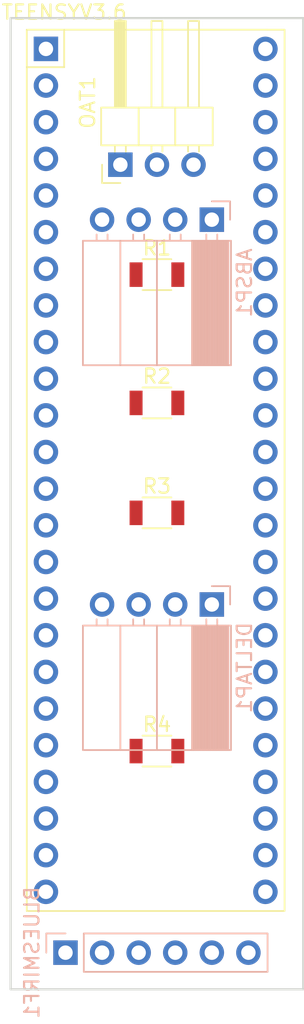
<source format=kicad_pcb>
(kicad_pcb (version 4) (host pcbnew 4.0.6)

  (general
    (links 23)
    (no_connects 23)
    (area 137.617767 101.4886 159.126101 167.0386)
    (thickness 1.6)
    (drawings 4)
    (tracks 0)
    (zones 0)
    (modules 9)
    (nets 51)
  )

  (page A4)
  (layers
    (0 F.Cu signal)
    (31 B.Cu signal)
    (32 B.Adhes user)
    (33 F.Adhes user)
    (34 B.Paste user)
    (35 F.Paste user)
    (36 B.SilkS user)
    (37 F.SilkS user)
    (38 B.Mask user)
    (39 F.Mask user)
    (40 Dwgs.User user)
    (41 Cmts.User user)
    (42 Eco1.User user)
    (43 Eco2.User user)
    (44 Edge.Cuts user)
    (45 Margin user)
    (46 B.CrtYd user)
    (47 F.CrtYd user)
    (48 B.Fab user)
    (49 F.Fab user)
  )

  (setup
    (last_trace_width 0.25)
    (trace_clearance 0.2)
    (zone_clearance 0.508)
    (zone_45_only no)
    (trace_min 0.2)
    (segment_width 0.2)
    (edge_width 0.15)
    (via_size 0.6)
    (via_drill 0.4)
    (via_min_size 0.4)
    (via_min_drill 0.3)
    (uvia_size 0.3)
    (uvia_drill 0.1)
    (uvias_allowed no)
    (uvia_min_size 0.2)
    (uvia_min_drill 0.1)
    (pcb_text_width 0.3)
    (pcb_text_size 1.5 1.5)
    (mod_edge_width 0.15)
    (mod_text_size 1 1)
    (mod_text_width 0.15)
    (pad_size 1.524 1.524)
    (pad_drill 0.762)
    (pad_to_mask_clearance 0.2)
    (aux_axis_origin 0 0)
    (visible_elements 7FFFFFFF)
    (pcbplotparams
      (layerselection 0x00030_80000001)
      (usegerberextensions false)
      (excludeedgelayer true)
      (linewidth 0.100000)
      (plotframeref false)
      (viasonmask false)
      (mode 1)
      (useauxorigin false)
      (hpglpennumber 1)
      (hpglpenspeed 20)
      (hpglpendiameter 15)
      (hpglpenoverlay 2)
      (psnegative false)
      (psa4output false)
      (plotreference true)
      (plotvalue true)
      (plotinvisibletext false)
      (padsonsilk false)
      (subtractmaskfromsilk false)
      (outputformat 1)
      (mirror false)
      (drillshape 1)
      (scaleselection 1)
      (outputdirectory ""))
  )

  (net 0 "")
  (net 1 "Net-(ABSP1-Pad1)")
  (net 2 "Net-(ABSP1-Pad2)")
  (net 3 "Net-(ABSP1-Pad3)")
  (net 4 "Net-(ABSP1-Pad4)")
  (net 5 "Net-(BLUESMIRF1-Pad1)")
  (net 6 "Net-(BLUESMIRF1-Pad2)")
  (net 7 "Net-(BLUESMIRF1-Pad3)")
  (net 8 "Net-(BLUESMIRF1-Pad6)")
  (net 9 "Net-(DELTAP1-Pad3)")
  (net 10 "Net-(DELTAP1-Pad4)")
  (net 11 "Net-(OAT1-Pad2)")
  (net 12 "Net-(TEENSYV3.6-Pad26)")
  (net 13 "Net-(TEENSYV3.6-Pad27)")
  (net 14 "Net-(TEENSYV3.6-Pad4)")
  (net 15 "Net-(TEENSYV3.6-Pad28)")
  (net 16 "Net-(TEENSYV3.6-Pad5)")
  (net 17 "Net-(TEENSYV3.6-Pad29)")
  (net 18 "Net-(TEENSYV3.6-Pad6)")
  (net 19 "Net-(TEENSYV3.6-Pad30)")
  (net 20 "Net-(TEENSYV3.6-Pad7)")
  (net 21 "Net-(TEENSYV3.6-Pad31)")
  (net 22 "Net-(TEENSYV3.6-Pad8)")
  (net 23 "Net-(TEENSYV3.6-Pad9)")
  (net 24 "Net-(TEENSYV3.6-Pad10)")
  (net 25 "Net-(TEENSYV3.6-Pad34)")
  (net 26 "Net-(TEENSYV3.6-Pad11)")
  (net 27 "Net-(TEENSYV3.6-Pad35)")
  (net 28 "Net-(TEENSYV3.6-Pad12)")
  (net 29 "Net-(TEENSYV3.6-Pad36)")
  (net 30 "Net-(TEENSYV3.6-Pad13)")
  (net 31 "Net-(TEENSYV3.6-Pad14)")
  (net 32 "Net-(TEENSYV3.6-Pad38)")
  (net 33 "Net-(TEENSYV3.6-Pad15)")
  (net 34 "Net-(TEENSYV3.6-Pad39)")
  (net 35 "Net-(TEENSYV3.6-Pad16)")
  (net 36 "Net-(TEENSYV3.6-Pad40)")
  (net 37 "Net-(TEENSYV3.6-Pad17)")
  (net 38 "Net-(TEENSYV3.6-Pad41)")
  (net 39 "Net-(TEENSYV3.6-Pad18)")
  (net 40 "Net-(TEENSYV3.6-Pad42)")
  (net 41 "Net-(TEENSYV3.6-Pad19)")
  (net 42 "Net-(TEENSYV3.6-Pad20)")
  (net 43 "Net-(TEENSYV3.6-Pad21)")
  (net 44 "Net-(TEENSYV3.6-Pad45)")
  (net 45 "Net-(TEENSYV3.6-Pad22)")
  (net 46 "Net-(TEENSYV3.6-Pad46)")
  (net 47 "Net-(TEENSYV3.6-Pad23)")
  (net 48 "Net-(TEENSYV3.6-Pad47)")
  (net 49 "Net-(TEENSYV3.6-Pad24)")
  (net 50 "Net-(TEENSYV3.6-Pad48)")

  (net_class Default "Questo è il gruppo di collegamenti predefinito"
    (clearance 0.2)
    (trace_width 0.25)
    (via_dia 0.6)
    (via_drill 0.4)
    (uvia_dia 0.3)
    (uvia_drill 0.1)
    (add_net "Net-(ABSP1-Pad1)")
    (add_net "Net-(ABSP1-Pad2)")
    (add_net "Net-(ABSP1-Pad3)")
    (add_net "Net-(ABSP1-Pad4)")
    (add_net "Net-(BLUESMIRF1-Pad1)")
    (add_net "Net-(BLUESMIRF1-Pad2)")
    (add_net "Net-(BLUESMIRF1-Pad3)")
    (add_net "Net-(BLUESMIRF1-Pad6)")
    (add_net "Net-(DELTAP1-Pad3)")
    (add_net "Net-(DELTAP1-Pad4)")
    (add_net "Net-(OAT1-Pad2)")
    (add_net "Net-(TEENSYV3.6-Pad10)")
    (add_net "Net-(TEENSYV3.6-Pad11)")
    (add_net "Net-(TEENSYV3.6-Pad12)")
    (add_net "Net-(TEENSYV3.6-Pad13)")
    (add_net "Net-(TEENSYV3.6-Pad14)")
    (add_net "Net-(TEENSYV3.6-Pad15)")
    (add_net "Net-(TEENSYV3.6-Pad16)")
    (add_net "Net-(TEENSYV3.6-Pad17)")
    (add_net "Net-(TEENSYV3.6-Pad18)")
    (add_net "Net-(TEENSYV3.6-Pad19)")
    (add_net "Net-(TEENSYV3.6-Pad20)")
    (add_net "Net-(TEENSYV3.6-Pad21)")
    (add_net "Net-(TEENSYV3.6-Pad22)")
    (add_net "Net-(TEENSYV3.6-Pad23)")
    (add_net "Net-(TEENSYV3.6-Pad24)")
    (add_net "Net-(TEENSYV3.6-Pad26)")
    (add_net "Net-(TEENSYV3.6-Pad27)")
    (add_net "Net-(TEENSYV3.6-Pad28)")
    (add_net "Net-(TEENSYV3.6-Pad29)")
    (add_net "Net-(TEENSYV3.6-Pad30)")
    (add_net "Net-(TEENSYV3.6-Pad31)")
    (add_net "Net-(TEENSYV3.6-Pad34)")
    (add_net "Net-(TEENSYV3.6-Pad35)")
    (add_net "Net-(TEENSYV3.6-Pad36)")
    (add_net "Net-(TEENSYV3.6-Pad38)")
    (add_net "Net-(TEENSYV3.6-Pad39)")
    (add_net "Net-(TEENSYV3.6-Pad4)")
    (add_net "Net-(TEENSYV3.6-Pad40)")
    (add_net "Net-(TEENSYV3.6-Pad41)")
    (add_net "Net-(TEENSYV3.6-Pad42)")
    (add_net "Net-(TEENSYV3.6-Pad45)")
    (add_net "Net-(TEENSYV3.6-Pad46)")
    (add_net "Net-(TEENSYV3.6-Pad47)")
    (add_net "Net-(TEENSYV3.6-Pad48)")
    (add_net "Net-(TEENSYV3.6-Pad5)")
    (add_net "Net-(TEENSYV3.6-Pad6)")
    (add_net "Net-(TEENSYV3.6-Pad7)")
    (add_net "Net-(TEENSYV3.6-Pad8)")
    (add_net "Net-(TEENSYV3.6-Pad9)")
  )

  (module Socket_Strips:Socket_Strip_Angled_1x04_Pitch2.54mm (layer B.Cu) (tedit 58CD5446) (tstamp 58DA3D96)
    (at 151.13 73.66 90)
    (descr "Through hole angled socket strip, 1x04, 2.54mm pitch, 8.51mm socket length, single row")
    (tags "Through hole angled socket strip THT 1x04 2.54mm single row")
    (path /58D93258)
    (fp_text reference ABSP1 (at -4.38 2.27 90) (layer B.SilkS)
      (effects (font (size 1 1) (thickness 0.15)) (justify mirror))
    )
    (fp_text value CONN_01X04 (at -4.38 -9.89 90) (layer B.Fab)
      (effects (font (size 1 1) (thickness 0.15)) (justify mirror))
    )
    (fp_line (start -1.52 1.27) (end -1.52 -1.27) (layer B.Fab) (width 0.1))
    (fp_line (start -1.52 -1.27) (end -10.03 -1.27) (layer B.Fab) (width 0.1))
    (fp_line (start -10.03 -1.27) (end -10.03 1.27) (layer B.Fab) (width 0.1))
    (fp_line (start -10.03 1.27) (end -1.52 1.27) (layer B.Fab) (width 0.1))
    (fp_line (start 0 0.32) (end 0 -0.32) (layer B.Fab) (width 0.1))
    (fp_line (start 0 -0.32) (end -1.52 -0.32) (layer B.Fab) (width 0.1))
    (fp_line (start -1.52 -0.32) (end -1.52 0.32) (layer B.Fab) (width 0.1))
    (fp_line (start -1.52 0.32) (end 0 0.32) (layer B.Fab) (width 0.1))
    (fp_line (start -1.52 -1.27) (end -1.52 -3.81) (layer B.Fab) (width 0.1))
    (fp_line (start -1.52 -3.81) (end -10.03 -3.81) (layer B.Fab) (width 0.1))
    (fp_line (start -10.03 -3.81) (end -10.03 -1.27) (layer B.Fab) (width 0.1))
    (fp_line (start -10.03 -1.27) (end -1.52 -1.27) (layer B.Fab) (width 0.1))
    (fp_line (start 0 -2.22) (end 0 -2.86) (layer B.Fab) (width 0.1))
    (fp_line (start 0 -2.86) (end -1.52 -2.86) (layer B.Fab) (width 0.1))
    (fp_line (start -1.52 -2.86) (end -1.52 -2.22) (layer B.Fab) (width 0.1))
    (fp_line (start -1.52 -2.22) (end 0 -2.22) (layer B.Fab) (width 0.1))
    (fp_line (start -1.52 -3.81) (end -1.52 -6.35) (layer B.Fab) (width 0.1))
    (fp_line (start -1.52 -6.35) (end -10.03 -6.35) (layer B.Fab) (width 0.1))
    (fp_line (start -10.03 -6.35) (end -10.03 -3.81) (layer B.Fab) (width 0.1))
    (fp_line (start -10.03 -3.81) (end -1.52 -3.81) (layer B.Fab) (width 0.1))
    (fp_line (start 0 -4.76) (end 0 -5.4) (layer B.Fab) (width 0.1))
    (fp_line (start 0 -5.4) (end -1.52 -5.4) (layer B.Fab) (width 0.1))
    (fp_line (start -1.52 -5.4) (end -1.52 -4.76) (layer B.Fab) (width 0.1))
    (fp_line (start -1.52 -4.76) (end 0 -4.76) (layer B.Fab) (width 0.1))
    (fp_line (start -1.52 -6.35) (end -1.52 -8.89) (layer B.Fab) (width 0.1))
    (fp_line (start -1.52 -8.89) (end -10.03 -8.89) (layer B.Fab) (width 0.1))
    (fp_line (start -10.03 -8.89) (end -10.03 -6.35) (layer B.Fab) (width 0.1))
    (fp_line (start -10.03 -6.35) (end -1.52 -6.35) (layer B.Fab) (width 0.1))
    (fp_line (start 0 -7.3) (end 0 -7.94) (layer B.Fab) (width 0.1))
    (fp_line (start 0 -7.94) (end -1.52 -7.94) (layer B.Fab) (width 0.1))
    (fp_line (start -1.52 -7.94) (end -1.52 -7.3) (layer B.Fab) (width 0.1))
    (fp_line (start -1.52 -7.3) (end 0 -7.3) (layer B.Fab) (width 0.1))
    (fp_line (start -1.46 1.33) (end -1.46 -1.27) (layer B.SilkS) (width 0.12))
    (fp_line (start -1.46 -1.27) (end -10.09 -1.27) (layer B.SilkS) (width 0.12))
    (fp_line (start -10.09 -1.27) (end -10.09 1.33) (layer B.SilkS) (width 0.12))
    (fp_line (start -10.09 1.33) (end -1.46 1.33) (layer B.SilkS) (width 0.12))
    (fp_line (start -1.03 0.38) (end -1.46 0.38) (layer B.SilkS) (width 0.12))
    (fp_line (start -1.03 -0.38) (end -1.46 -0.38) (layer B.SilkS) (width 0.12))
    (fp_line (start -1.46 1.15) (end -10.09 1.15) (layer B.SilkS) (width 0.12))
    (fp_line (start -1.46 1.03) (end -10.09 1.03) (layer B.SilkS) (width 0.12))
    (fp_line (start -1.46 0.91) (end -10.09 0.91) (layer B.SilkS) (width 0.12))
    (fp_line (start -1.46 0.79) (end -10.09 0.79) (layer B.SilkS) (width 0.12))
    (fp_line (start -1.46 0.67) (end -10.09 0.67) (layer B.SilkS) (width 0.12))
    (fp_line (start -1.46 0.55) (end -10.09 0.55) (layer B.SilkS) (width 0.12))
    (fp_line (start -1.46 0.43) (end -10.09 0.43) (layer B.SilkS) (width 0.12))
    (fp_line (start -1.46 0.31) (end -10.09 0.31) (layer B.SilkS) (width 0.12))
    (fp_line (start -1.46 0.19) (end -10.09 0.19) (layer B.SilkS) (width 0.12))
    (fp_line (start -1.46 0.07) (end -10.09 0.07) (layer B.SilkS) (width 0.12))
    (fp_line (start -1.46 -0.05) (end -10.09 -0.05) (layer B.SilkS) (width 0.12))
    (fp_line (start -1.46 -0.17) (end -10.09 -0.17) (layer B.SilkS) (width 0.12))
    (fp_line (start -1.46 -0.29) (end -10.09 -0.29) (layer B.SilkS) (width 0.12))
    (fp_line (start -1.46 -0.41) (end -10.09 -0.41) (layer B.SilkS) (width 0.12))
    (fp_line (start -1.46 -0.53) (end -10.09 -0.53) (layer B.SilkS) (width 0.12))
    (fp_line (start -1.46 -0.65) (end -10.09 -0.65) (layer B.SilkS) (width 0.12))
    (fp_line (start -1.46 -0.77) (end -10.09 -0.77) (layer B.SilkS) (width 0.12))
    (fp_line (start -1.46 -0.89) (end -10.09 -0.89) (layer B.SilkS) (width 0.12))
    (fp_line (start -1.46 -1.01) (end -10.09 -1.01) (layer B.SilkS) (width 0.12))
    (fp_line (start -1.46 -1.13) (end -10.09 -1.13) (layer B.SilkS) (width 0.12))
    (fp_line (start -1.46 -1.25) (end -10.09 -1.25) (layer B.SilkS) (width 0.12))
    (fp_line (start -1.46 -1.37) (end -10.09 -1.37) (layer B.SilkS) (width 0.12))
    (fp_line (start -1.46 -1.27) (end -1.46 -3.81) (layer B.SilkS) (width 0.12))
    (fp_line (start -1.46 -3.81) (end -10.09 -3.81) (layer B.SilkS) (width 0.12))
    (fp_line (start -10.09 -3.81) (end -10.09 -1.27) (layer B.SilkS) (width 0.12))
    (fp_line (start -10.09 -1.27) (end -1.46 -1.27) (layer B.SilkS) (width 0.12))
    (fp_line (start -1.03 -2.16) (end -1.46 -2.16) (layer B.SilkS) (width 0.12))
    (fp_line (start -1.03 -2.92) (end -1.46 -2.92) (layer B.SilkS) (width 0.12))
    (fp_line (start -1.46 -3.81) (end -1.46 -6.35) (layer B.SilkS) (width 0.12))
    (fp_line (start -1.46 -6.35) (end -10.09 -6.35) (layer B.SilkS) (width 0.12))
    (fp_line (start -10.09 -6.35) (end -10.09 -3.81) (layer B.SilkS) (width 0.12))
    (fp_line (start -10.09 -3.81) (end -1.46 -3.81) (layer B.SilkS) (width 0.12))
    (fp_line (start -1.03 -4.7) (end -1.46 -4.7) (layer B.SilkS) (width 0.12))
    (fp_line (start -1.03 -5.46) (end -1.46 -5.46) (layer B.SilkS) (width 0.12))
    (fp_line (start -1.46 -6.35) (end -1.46 -8.95) (layer B.SilkS) (width 0.12))
    (fp_line (start -1.46 -8.95) (end -10.09 -8.95) (layer B.SilkS) (width 0.12))
    (fp_line (start -10.09 -8.95) (end -10.09 -6.35) (layer B.SilkS) (width 0.12))
    (fp_line (start -10.09 -6.35) (end -1.46 -6.35) (layer B.SilkS) (width 0.12))
    (fp_line (start -1.03 -7.24) (end -1.46 -7.24) (layer B.SilkS) (width 0.12))
    (fp_line (start -1.03 -8) (end -1.46 -8) (layer B.SilkS) (width 0.12))
    (fp_line (start 0 1.27) (end 1.27 1.27) (layer B.SilkS) (width 0.12))
    (fp_line (start 1.27 1.27) (end 1.27 0) (layer B.SilkS) (width 0.12))
    (fp_line (start 1.8 1.8) (end 1.8 -9.4) (layer B.CrtYd) (width 0.05))
    (fp_line (start 1.8 -9.4) (end -10.55 -9.4) (layer B.CrtYd) (width 0.05))
    (fp_line (start -10.55 -9.4) (end -10.55 1.8) (layer B.CrtYd) (width 0.05))
    (fp_line (start -10.55 1.8) (end 1.8 1.8) (layer B.CrtYd) (width 0.05))
    (fp_text user %R (at -4.38 2.27 90) (layer B.Fab)
      (effects (font (size 1 1) (thickness 0.15)) (justify mirror))
    )
    (pad 1 thru_hole rect (at 0 0 90) (size 1.7 1.7) (drill 1) (layers *.Cu *.Mask)
      (net 1 "Net-(ABSP1-Pad1)"))
    (pad 2 thru_hole oval (at 0 -2.54 90) (size 1.7 1.7) (drill 1) (layers *.Cu *.Mask)
      (net 2 "Net-(ABSP1-Pad2)"))
    (pad 3 thru_hole oval (at 0 -5.08 90) (size 1.7 1.7) (drill 1) (layers *.Cu *.Mask)
      (net 3 "Net-(ABSP1-Pad3)"))
    (pad 4 thru_hole oval (at 0 -7.62 90) (size 1.7 1.7) (drill 1) (layers *.Cu *.Mask)
      (net 4 "Net-(ABSP1-Pad4)"))
    (model ${KISYS3DMOD}/Socket_Strips.3dshapes/Socket_Strip_Angled_1x04_Pitch2.54mm.wrl
      (at (xyz 0 -0.15 0))
      (scale (xyz 1 1 1))
      (rotate (xyz 0 0 270))
    )
  )

  (module Socket_Strips:Socket_Strip_Straight_1x06_Pitch2.54mm (layer B.Cu) (tedit 58CD5446) (tstamp 58DA3DA0)
    (at 140.97 124.46 270)
    (descr "Through hole straight socket strip, 1x06, 2.54mm pitch, single row")
    (tags "Through hole socket strip THT 1x06 2.54mm single row")
    (path /58D932F8)
    (fp_text reference BLUESMIRF1 (at 0 2.33 270) (layer B.SilkS)
      (effects (font (size 1 1) (thickness 0.15)) (justify mirror))
    )
    (fp_text value CONN_01X06 (at 0 -15.03 270) (layer B.Fab)
      (effects (font (size 1 1) (thickness 0.15)) (justify mirror))
    )
    (fp_line (start -1.27 1.27) (end -1.27 -13.97) (layer B.Fab) (width 0.1))
    (fp_line (start -1.27 -13.97) (end 1.27 -13.97) (layer B.Fab) (width 0.1))
    (fp_line (start 1.27 -13.97) (end 1.27 1.27) (layer B.Fab) (width 0.1))
    (fp_line (start 1.27 1.27) (end -1.27 1.27) (layer B.Fab) (width 0.1))
    (fp_line (start -1.33 -1.27) (end -1.33 -14.03) (layer B.SilkS) (width 0.12))
    (fp_line (start -1.33 -14.03) (end 1.33 -14.03) (layer B.SilkS) (width 0.12))
    (fp_line (start 1.33 -14.03) (end 1.33 -1.27) (layer B.SilkS) (width 0.12))
    (fp_line (start 1.33 -1.27) (end -1.33 -1.27) (layer B.SilkS) (width 0.12))
    (fp_line (start -1.33 0) (end -1.33 1.33) (layer B.SilkS) (width 0.12))
    (fp_line (start -1.33 1.33) (end 0 1.33) (layer B.SilkS) (width 0.12))
    (fp_line (start -1.8 1.8) (end -1.8 -14.5) (layer B.CrtYd) (width 0.05))
    (fp_line (start -1.8 -14.5) (end 1.8 -14.5) (layer B.CrtYd) (width 0.05))
    (fp_line (start 1.8 -14.5) (end 1.8 1.8) (layer B.CrtYd) (width 0.05))
    (fp_line (start 1.8 1.8) (end -1.8 1.8) (layer B.CrtYd) (width 0.05))
    (fp_text user %R (at 0 2.33 270) (layer B.Fab)
      (effects (font (size 1 1) (thickness 0.15)) (justify mirror))
    )
    (pad 1 thru_hole rect (at 0 0 270) (size 1.7 1.7) (drill 1) (layers *.Cu *.Mask)
      (net 5 "Net-(BLUESMIRF1-Pad1)"))
    (pad 2 thru_hole oval (at 0 -2.54 270) (size 1.7 1.7) (drill 1) (layers *.Cu *.Mask)
      (net 6 "Net-(BLUESMIRF1-Pad2)"))
    (pad 3 thru_hole oval (at 0 -5.08 270) (size 1.7 1.7) (drill 1) (layers *.Cu *.Mask)
      (net 7 "Net-(BLUESMIRF1-Pad3)"))
    (pad 4 thru_hole oval (at 0 -7.62 270) (size 1.7 1.7) (drill 1) (layers *.Cu *.Mask)
      (net 1 "Net-(ABSP1-Pad1)"))
    (pad 5 thru_hole oval (at 0 -10.16 270) (size 1.7 1.7) (drill 1) (layers *.Cu *.Mask)
      (net 2 "Net-(ABSP1-Pad2)"))
    (pad 6 thru_hole oval (at 0 -12.7 270) (size 1.7 1.7) (drill 1) (layers *.Cu *.Mask)
      (net 8 "Net-(BLUESMIRF1-Pad6)"))
    (model ${KISYS3DMOD}/Socket_Strips.3dshapes/Socket_Strip_Straight_1x06_Pitch2.54mm.wrl
      (at (xyz 0 -0.25 0))
      (scale (xyz 1 1 1))
      (rotate (xyz 0 0 270))
    )
  )

  (module Socket_Strips:Socket_Strip_Angled_1x04_Pitch2.54mm (layer B.Cu) (tedit 58CD5446) (tstamp 58DA3DA8)
    (at 151.13 100.33 90)
    (descr "Through hole angled socket strip, 1x04, 2.54mm pitch, 8.51mm socket length, single row")
    (tags "Through hole angled socket strip THT 1x04 2.54mm single row")
    (path /58D93201)
    (fp_text reference DELTAP1 (at -4.38 2.27 90) (layer B.SilkS)
      (effects (font (size 1 1) (thickness 0.15)) (justify mirror))
    )
    (fp_text value CONN_01X04 (at -4.38 -9.89 90) (layer B.Fab)
      (effects (font (size 1 1) (thickness 0.15)) (justify mirror))
    )
    (fp_line (start -1.52 1.27) (end -1.52 -1.27) (layer B.Fab) (width 0.1))
    (fp_line (start -1.52 -1.27) (end -10.03 -1.27) (layer B.Fab) (width 0.1))
    (fp_line (start -10.03 -1.27) (end -10.03 1.27) (layer B.Fab) (width 0.1))
    (fp_line (start -10.03 1.27) (end -1.52 1.27) (layer B.Fab) (width 0.1))
    (fp_line (start 0 0.32) (end 0 -0.32) (layer B.Fab) (width 0.1))
    (fp_line (start 0 -0.32) (end -1.52 -0.32) (layer B.Fab) (width 0.1))
    (fp_line (start -1.52 -0.32) (end -1.52 0.32) (layer B.Fab) (width 0.1))
    (fp_line (start -1.52 0.32) (end 0 0.32) (layer B.Fab) (width 0.1))
    (fp_line (start -1.52 -1.27) (end -1.52 -3.81) (layer B.Fab) (width 0.1))
    (fp_line (start -1.52 -3.81) (end -10.03 -3.81) (layer B.Fab) (width 0.1))
    (fp_line (start -10.03 -3.81) (end -10.03 -1.27) (layer B.Fab) (width 0.1))
    (fp_line (start -10.03 -1.27) (end -1.52 -1.27) (layer B.Fab) (width 0.1))
    (fp_line (start 0 -2.22) (end 0 -2.86) (layer B.Fab) (width 0.1))
    (fp_line (start 0 -2.86) (end -1.52 -2.86) (layer B.Fab) (width 0.1))
    (fp_line (start -1.52 -2.86) (end -1.52 -2.22) (layer B.Fab) (width 0.1))
    (fp_line (start -1.52 -2.22) (end 0 -2.22) (layer B.Fab) (width 0.1))
    (fp_line (start -1.52 -3.81) (end -1.52 -6.35) (layer B.Fab) (width 0.1))
    (fp_line (start -1.52 -6.35) (end -10.03 -6.35) (layer B.Fab) (width 0.1))
    (fp_line (start -10.03 -6.35) (end -10.03 -3.81) (layer B.Fab) (width 0.1))
    (fp_line (start -10.03 -3.81) (end -1.52 -3.81) (layer B.Fab) (width 0.1))
    (fp_line (start 0 -4.76) (end 0 -5.4) (layer B.Fab) (width 0.1))
    (fp_line (start 0 -5.4) (end -1.52 -5.4) (layer B.Fab) (width 0.1))
    (fp_line (start -1.52 -5.4) (end -1.52 -4.76) (layer B.Fab) (width 0.1))
    (fp_line (start -1.52 -4.76) (end 0 -4.76) (layer B.Fab) (width 0.1))
    (fp_line (start -1.52 -6.35) (end -1.52 -8.89) (layer B.Fab) (width 0.1))
    (fp_line (start -1.52 -8.89) (end -10.03 -8.89) (layer B.Fab) (width 0.1))
    (fp_line (start -10.03 -8.89) (end -10.03 -6.35) (layer B.Fab) (width 0.1))
    (fp_line (start -10.03 -6.35) (end -1.52 -6.35) (layer B.Fab) (width 0.1))
    (fp_line (start 0 -7.3) (end 0 -7.94) (layer B.Fab) (width 0.1))
    (fp_line (start 0 -7.94) (end -1.52 -7.94) (layer B.Fab) (width 0.1))
    (fp_line (start -1.52 -7.94) (end -1.52 -7.3) (layer B.Fab) (width 0.1))
    (fp_line (start -1.52 -7.3) (end 0 -7.3) (layer B.Fab) (width 0.1))
    (fp_line (start -1.46 1.33) (end -1.46 -1.27) (layer B.SilkS) (width 0.12))
    (fp_line (start -1.46 -1.27) (end -10.09 -1.27) (layer B.SilkS) (width 0.12))
    (fp_line (start -10.09 -1.27) (end -10.09 1.33) (layer B.SilkS) (width 0.12))
    (fp_line (start -10.09 1.33) (end -1.46 1.33) (layer B.SilkS) (width 0.12))
    (fp_line (start -1.03 0.38) (end -1.46 0.38) (layer B.SilkS) (width 0.12))
    (fp_line (start -1.03 -0.38) (end -1.46 -0.38) (layer B.SilkS) (width 0.12))
    (fp_line (start -1.46 1.15) (end -10.09 1.15) (layer B.SilkS) (width 0.12))
    (fp_line (start -1.46 1.03) (end -10.09 1.03) (layer B.SilkS) (width 0.12))
    (fp_line (start -1.46 0.91) (end -10.09 0.91) (layer B.SilkS) (width 0.12))
    (fp_line (start -1.46 0.79) (end -10.09 0.79) (layer B.SilkS) (width 0.12))
    (fp_line (start -1.46 0.67) (end -10.09 0.67) (layer B.SilkS) (width 0.12))
    (fp_line (start -1.46 0.55) (end -10.09 0.55) (layer B.SilkS) (width 0.12))
    (fp_line (start -1.46 0.43) (end -10.09 0.43) (layer B.SilkS) (width 0.12))
    (fp_line (start -1.46 0.31) (end -10.09 0.31) (layer B.SilkS) (width 0.12))
    (fp_line (start -1.46 0.19) (end -10.09 0.19) (layer B.SilkS) (width 0.12))
    (fp_line (start -1.46 0.07) (end -10.09 0.07) (layer B.SilkS) (width 0.12))
    (fp_line (start -1.46 -0.05) (end -10.09 -0.05) (layer B.SilkS) (width 0.12))
    (fp_line (start -1.46 -0.17) (end -10.09 -0.17) (layer B.SilkS) (width 0.12))
    (fp_line (start -1.46 -0.29) (end -10.09 -0.29) (layer B.SilkS) (width 0.12))
    (fp_line (start -1.46 -0.41) (end -10.09 -0.41) (layer B.SilkS) (width 0.12))
    (fp_line (start -1.46 -0.53) (end -10.09 -0.53) (layer B.SilkS) (width 0.12))
    (fp_line (start -1.46 -0.65) (end -10.09 -0.65) (layer B.SilkS) (width 0.12))
    (fp_line (start -1.46 -0.77) (end -10.09 -0.77) (layer B.SilkS) (width 0.12))
    (fp_line (start -1.46 -0.89) (end -10.09 -0.89) (layer B.SilkS) (width 0.12))
    (fp_line (start -1.46 -1.01) (end -10.09 -1.01) (layer B.SilkS) (width 0.12))
    (fp_line (start -1.46 -1.13) (end -10.09 -1.13) (layer B.SilkS) (width 0.12))
    (fp_line (start -1.46 -1.25) (end -10.09 -1.25) (layer B.SilkS) (width 0.12))
    (fp_line (start -1.46 -1.37) (end -10.09 -1.37) (layer B.SilkS) (width 0.12))
    (fp_line (start -1.46 -1.27) (end -1.46 -3.81) (layer B.SilkS) (width 0.12))
    (fp_line (start -1.46 -3.81) (end -10.09 -3.81) (layer B.SilkS) (width 0.12))
    (fp_line (start -10.09 -3.81) (end -10.09 -1.27) (layer B.SilkS) (width 0.12))
    (fp_line (start -10.09 -1.27) (end -1.46 -1.27) (layer B.SilkS) (width 0.12))
    (fp_line (start -1.03 -2.16) (end -1.46 -2.16) (layer B.SilkS) (width 0.12))
    (fp_line (start -1.03 -2.92) (end -1.46 -2.92) (layer B.SilkS) (width 0.12))
    (fp_line (start -1.46 -3.81) (end -1.46 -6.35) (layer B.SilkS) (width 0.12))
    (fp_line (start -1.46 -6.35) (end -10.09 -6.35) (layer B.SilkS) (width 0.12))
    (fp_line (start -10.09 -6.35) (end -10.09 -3.81) (layer B.SilkS) (width 0.12))
    (fp_line (start -10.09 -3.81) (end -1.46 -3.81) (layer B.SilkS) (width 0.12))
    (fp_line (start -1.03 -4.7) (end -1.46 -4.7) (layer B.SilkS) (width 0.12))
    (fp_line (start -1.03 -5.46) (end -1.46 -5.46) (layer B.SilkS) (width 0.12))
    (fp_line (start -1.46 -6.35) (end -1.46 -8.95) (layer B.SilkS) (width 0.12))
    (fp_line (start -1.46 -8.95) (end -10.09 -8.95) (layer B.SilkS) (width 0.12))
    (fp_line (start -10.09 -8.95) (end -10.09 -6.35) (layer B.SilkS) (width 0.12))
    (fp_line (start -10.09 -6.35) (end -1.46 -6.35) (layer B.SilkS) (width 0.12))
    (fp_line (start -1.03 -7.24) (end -1.46 -7.24) (layer B.SilkS) (width 0.12))
    (fp_line (start -1.03 -8) (end -1.46 -8) (layer B.SilkS) (width 0.12))
    (fp_line (start 0 1.27) (end 1.27 1.27) (layer B.SilkS) (width 0.12))
    (fp_line (start 1.27 1.27) (end 1.27 0) (layer B.SilkS) (width 0.12))
    (fp_line (start 1.8 1.8) (end 1.8 -9.4) (layer B.CrtYd) (width 0.05))
    (fp_line (start 1.8 -9.4) (end -10.55 -9.4) (layer B.CrtYd) (width 0.05))
    (fp_line (start -10.55 -9.4) (end -10.55 1.8) (layer B.CrtYd) (width 0.05))
    (fp_line (start -10.55 1.8) (end 1.8 1.8) (layer B.CrtYd) (width 0.05))
    (fp_text user %R (at -4.38 2.27 90) (layer B.Fab)
      (effects (font (size 1 1) (thickness 0.15)) (justify mirror))
    )
    (pad 1 thru_hole rect (at 0 0 90) (size 1.7 1.7) (drill 1) (layers *.Cu *.Mask)
      (net 1 "Net-(ABSP1-Pad1)"))
    (pad 2 thru_hole oval (at 0 -2.54 90) (size 1.7 1.7) (drill 1) (layers *.Cu *.Mask)
      (net 2 "Net-(ABSP1-Pad2)"))
    (pad 3 thru_hole oval (at 0 -5.08 90) (size 1.7 1.7) (drill 1) (layers *.Cu *.Mask)
      (net 9 "Net-(DELTAP1-Pad3)"))
    (pad 4 thru_hole oval (at 0 -7.62 90) (size 1.7 1.7) (drill 1) (layers *.Cu *.Mask)
      (net 10 "Net-(DELTAP1-Pad4)"))
    (model ${KISYS3DMOD}/Socket_Strips.3dshapes/Socket_Strip_Angled_1x04_Pitch2.54mm.wrl
      (at (xyz 0 -0.15 0))
      (scale (xyz 1 1 1))
      (rotate (xyz 0 0 270))
    )
  )

  (module Pin_Headers:Pin_Header_Angled_1x03_Pitch2.54mm (layer F.Cu) (tedit 58CD4EC1) (tstamp 58DA3DAF)
    (at 144.78 69.85 90)
    (descr "Through hole angled pin header, 1x03, 2.54mm pitch, 6mm pin length, single row")
    (tags "Through hole angled pin header THT 1x03 2.54mm single row")
    (path /58DA631A)
    (fp_text reference OAT1 (at 4.315 -2.27 90) (layer F.SilkS)
      (effects (font (size 1 1) (thickness 0.15)))
    )
    (fp_text value CONN_01X03 (at 4.315 7.35 90) (layer F.Fab)
      (effects (font (size 1 1) (thickness 0.15)))
    )
    (fp_line (start 1.4 -1.27) (end 1.4 1.27) (layer F.Fab) (width 0.1))
    (fp_line (start 1.4 1.27) (end 3.9 1.27) (layer F.Fab) (width 0.1))
    (fp_line (start 3.9 1.27) (end 3.9 -1.27) (layer F.Fab) (width 0.1))
    (fp_line (start 3.9 -1.27) (end 1.4 -1.27) (layer F.Fab) (width 0.1))
    (fp_line (start 0 -0.32) (end 0 0.32) (layer F.Fab) (width 0.1))
    (fp_line (start 0 0.32) (end 9.9 0.32) (layer F.Fab) (width 0.1))
    (fp_line (start 9.9 0.32) (end 9.9 -0.32) (layer F.Fab) (width 0.1))
    (fp_line (start 9.9 -0.32) (end 0 -0.32) (layer F.Fab) (width 0.1))
    (fp_line (start 1.4 1.27) (end 1.4 3.81) (layer F.Fab) (width 0.1))
    (fp_line (start 1.4 3.81) (end 3.9 3.81) (layer F.Fab) (width 0.1))
    (fp_line (start 3.9 3.81) (end 3.9 1.27) (layer F.Fab) (width 0.1))
    (fp_line (start 3.9 1.27) (end 1.4 1.27) (layer F.Fab) (width 0.1))
    (fp_line (start 0 2.22) (end 0 2.86) (layer F.Fab) (width 0.1))
    (fp_line (start 0 2.86) (end 9.9 2.86) (layer F.Fab) (width 0.1))
    (fp_line (start 9.9 2.86) (end 9.9 2.22) (layer F.Fab) (width 0.1))
    (fp_line (start 9.9 2.22) (end 0 2.22) (layer F.Fab) (width 0.1))
    (fp_line (start 1.4 3.81) (end 1.4 6.35) (layer F.Fab) (width 0.1))
    (fp_line (start 1.4 6.35) (end 3.9 6.35) (layer F.Fab) (width 0.1))
    (fp_line (start 3.9 6.35) (end 3.9 3.81) (layer F.Fab) (width 0.1))
    (fp_line (start 3.9 3.81) (end 1.4 3.81) (layer F.Fab) (width 0.1))
    (fp_line (start 0 4.76) (end 0 5.4) (layer F.Fab) (width 0.1))
    (fp_line (start 0 5.4) (end 9.9 5.4) (layer F.Fab) (width 0.1))
    (fp_line (start 9.9 5.4) (end 9.9 4.76) (layer F.Fab) (width 0.1))
    (fp_line (start 9.9 4.76) (end 0 4.76) (layer F.Fab) (width 0.1))
    (fp_line (start 1.34 -1.33) (end 1.34 1.27) (layer F.SilkS) (width 0.12))
    (fp_line (start 1.34 1.27) (end 3.96 1.27) (layer F.SilkS) (width 0.12))
    (fp_line (start 3.96 1.27) (end 3.96 -1.33) (layer F.SilkS) (width 0.12))
    (fp_line (start 3.96 -1.33) (end 1.34 -1.33) (layer F.SilkS) (width 0.12))
    (fp_line (start 3.96 -0.38) (end 3.96 0.38) (layer F.SilkS) (width 0.12))
    (fp_line (start 3.96 0.38) (end 9.96 0.38) (layer F.SilkS) (width 0.12))
    (fp_line (start 9.96 0.38) (end 9.96 -0.38) (layer F.SilkS) (width 0.12))
    (fp_line (start 9.96 -0.38) (end 3.96 -0.38) (layer F.SilkS) (width 0.12))
    (fp_line (start 0.91 -0.38) (end 1.34 -0.38) (layer F.SilkS) (width 0.12))
    (fp_line (start 0.91 0.38) (end 1.34 0.38) (layer F.SilkS) (width 0.12))
    (fp_line (start 3.96 -0.26) (end 9.96 -0.26) (layer F.SilkS) (width 0.12))
    (fp_line (start 3.96 -0.14) (end 9.96 -0.14) (layer F.SilkS) (width 0.12))
    (fp_line (start 3.96 -0.02) (end 9.96 -0.02) (layer F.SilkS) (width 0.12))
    (fp_line (start 3.96 0.1) (end 9.96 0.1) (layer F.SilkS) (width 0.12))
    (fp_line (start 3.96 0.22) (end 9.96 0.22) (layer F.SilkS) (width 0.12))
    (fp_line (start 3.96 0.34) (end 9.96 0.34) (layer F.SilkS) (width 0.12))
    (fp_line (start 1.34 1.27) (end 1.34 3.81) (layer F.SilkS) (width 0.12))
    (fp_line (start 1.34 3.81) (end 3.96 3.81) (layer F.SilkS) (width 0.12))
    (fp_line (start 3.96 3.81) (end 3.96 1.27) (layer F.SilkS) (width 0.12))
    (fp_line (start 3.96 1.27) (end 1.34 1.27) (layer F.SilkS) (width 0.12))
    (fp_line (start 3.96 2.16) (end 3.96 2.92) (layer F.SilkS) (width 0.12))
    (fp_line (start 3.96 2.92) (end 9.96 2.92) (layer F.SilkS) (width 0.12))
    (fp_line (start 9.96 2.92) (end 9.96 2.16) (layer F.SilkS) (width 0.12))
    (fp_line (start 9.96 2.16) (end 3.96 2.16) (layer F.SilkS) (width 0.12))
    (fp_line (start 0.91 2.16) (end 1.34 2.16) (layer F.SilkS) (width 0.12))
    (fp_line (start 0.91 2.92) (end 1.34 2.92) (layer F.SilkS) (width 0.12))
    (fp_line (start 1.34 3.81) (end 1.34 6.41) (layer F.SilkS) (width 0.12))
    (fp_line (start 1.34 6.41) (end 3.96 6.41) (layer F.SilkS) (width 0.12))
    (fp_line (start 3.96 6.41) (end 3.96 3.81) (layer F.SilkS) (width 0.12))
    (fp_line (start 3.96 3.81) (end 1.34 3.81) (layer F.SilkS) (width 0.12))
    (fp_line (start 3.96 4.7) (end 3.96 5.46) (layer F.SilkS) (width 0.12))
    (fp_line (start 3.96 5.46) (end 9.96 5.46) (layer F.SilkS) (width 0.12))
    (fp_line (start 9.96 5.46) (end 9.96 4.7) (layer F.SilkS) (width 0.12))
    (fp_line (start 9.96 4.7) (end 3.96 4.7) (layer F.SilkS) (width 0.12))
    (fp_line (start 0.91 4.7) (end 1.34 4.7) (layer F.SilkS) (width 0.12))
    (fp_line (start 0.91 5.46) (end 1.34 5.46) (layer F.SilkS) (width 0.12))
    (fp_line (start -1.27 0) (end -1.27 -1.27) (layer F.SilkS) (width 0.12))
    (fp_line (start -1.27 -1.27) (end 0 -1.27) (layer F.SilkS) (width 0.12))
    (fp_line (start -1.8 -1.8) (end -1.8 6.85) (layer F.CrtYd) (width 0.05))
    (fp_line (start -1.8 6.85) (end 10.4 6.85) (layer F.CrtYd) (width 0.05))
    (fp_line (start 10.4 6.85) (end 10.4 -1.8) (layer F.CrtYd) (width 0.05))
    (fp_line (start 10.4 -1.8) (end -1.8 -1.8) (layer F.CrtYd) (width 0.05))
    (fp_text user %R (at 4.315 -2.27 90) (layer F.Fab)
      (effects (font (size 1 1) (thickness 0.15)))
    )
    (pad 1 thru_hole rect (at 0 0 90) (size 1.7 1.7) (drill 1) (layers *.Cu *.Mask)
      (net 2 "Net-(ABSP1-Pad2)"))
    (pad 2 thru_hole oval (at 0 2.54 90) (size 1.7 1.7) (drill 1) (layers *.Cu *.Mask)
      (net 11 "Net-(OAT1-Pad2)"))
    (pad 3 thru_hole oval (at 0 5.08 90) (size 1.7 1.7) (drill 1) (layers *.Cu *.Mask)
      (net 1 "Net-(ABSP1-Pad1)"))
    (model ${KISYS3DMOD}/Pin_Headers.3dshapes/Pin_Header_Angled_1x03_Pitch2.54mm.wrl
      (at (xyz 0 -0.1 0))
      (scale (xyz 1 1 1))
      (rotate (xyz 0 0 90))
    )
  )

  (module Resistors_SMD:R_1206 (layer F.Cu) (tedit 58AADA9E) (tstamp 58DA3DB5)
    (at 147.32 77.47)
    (descr "Resistor SMD 1206, reflow soldering, Vishay (see dcrcw.pdf)")
    (tags "resistor 1206")
    (path /58DA2C0D)
    (attr smd)
    (fp_text reference R1 (at 0 -1.85) (layer F.SilkS)
      (effects (font (size 1 1) (thickness 0.15)))
    )
    (fp_text value 4700 (at 0 1.95) (layer F.Fab)
      (effects (font (size 1 1) (thickness 0.15)))
    )
    (fp_text user %R (at 0 -1.85) (layer F.Fab)
      (effects (font (size 1 1) (thickness 0.15)))
    )
    (fp_line (start -1.6 0.8) (end -1.6 -0.8) (layer F.Fab) (width 0.1))
    (fp_line (start 1.6 0.8) (end -1.6 0.8) (layer F.Fab) (width 0.1))
    (fp_line (start 1.6 -0.8) (end 1.6 0.8) (layer F.Fab) (width 0.1))
    (fp_line (start -1.6 -0.8) (end 1.6 -0.8) (layer F.Fab) (width 0.1))
    (fp_line (start 1 1.07) (end -1 1.07) (layer F.SilkS) (width 0.12))
    (fp_line (start -1 -1.07) (end 1 -1.07) (layer F.SilkS) (width 0.12))
    (fp_line (start -2.15 -1.11) (end 2.15 -1.11) (layer F.CrtYd) (width 0.05))
    (fp_line (start -2.15 -1.11) (end -2.15 1.1) (layer F.CrtYd) (width 0.05))
    (fp_line (start 2.15 1.1) (end 2.15 -1.11) (layer F.CrtYd) (width 0.05))
    (fp_line (start 2.15 1.1) (end -2.15 1.1) (layer F.CrtYd) (width 0.05))
    (pad 1 smd rect (at -1.45 0) (size 0.9 1.7) (layers F.Cu F.Paste F.Mask)
      (net 9 "Net-(DELTAP1-Pad3)"))
    (pad 2 smd rect (at 1.45 0) (size 0.9 1.7) (layers F.Cu F.Paste F.Mask)
      (net 2 "Net-(ABSP1-Pad2)"))
    (model Resistors_SMD.3dshapes/R_1206.wrl
      (at (xyz 0 0 0))
      (scale (xyz 1 1 1))
      (rotate (xyz 0 0 0))
    )
  )

  (module Resistors_SMD:R_1206 (layer F.Cu) (tedit 58AADA9E) (tstamp 58DA3DBB)
    (at 147.32 86.36)
    (descr "Resistor SMD 1206, reflow soldering, Vishay (see dcrcw.pdf)")
    (tags "resistor 1206")
    (path /58DA2CB6)
    (attr smd)
    (fp_text reference R2 (at 0 -1.85) (layer F.SilkS)
      (effects (font (size 1 1) (thickness 0.15)))
    )
    (fp_text value 4700 (at 0 1.95) (layer F.Fab)
      (effects (font (size 1 1) (thickness 0.15)))
    )
    (fp_text user %R (at 0 -1.85) (layer F.Fab)
      (effects (font (size 1 1) (thickness 0.15)))
    )
    (fp_line (start -1.6 0.8) (end -1.6 -0.8) (layer F.Fab) (width 0.1))
    (fp_line (start 1.6 0.8) (end -1.6 0.8) (layer F.Fab) (width 0.1))
    (fp_line (start 1.6 -0.8) (end 1.6 0.8) (layer F.Fab) (width 0.1))
    (fp_line (start -1.6 -0.8) (end 1.6 -0.8) (layer F.Fab) (width 0.1))
    (fp_line (start 1 1.07) (end -1 1.07) (layer F.SilkS) (width 0.12))
    (fp_line (start -1 -1.07) (end 1 -1.07) (layer F.SilkS) (width 0.12))
    (fp_line (start -2.15 -1.11) (end 2.15 -1.11) (layer F.CrtYd) (width 0.05))
    (fp_line (start -2.15 -1.11) (end -2.15 1.1) (layer F.CrtYd) (width 0.05))
    (fp_line (start 2.15 1.1) (end 2.15 -1.11) (layer F.CrtYd) (width 0.05))
    (fp_line (start 2.15 1.1) (end -2.15 1.1) (layer F.CrtYd) (width 0.05))
    (pad 1 smd rect (at -1.45 0) (size 0.9 1.7) (layers F.Cu F.Paste F.Mask)
      (net 10 "Net-(DELTAP1-Pad4)"))
    (pad 2 smd rect (at 1.45 0) (size 0.9 1.7) (layers F.Cu F.Paste F.Mask)
      (net 2 "Net-(ABSP1-Pad2)"))
    (model Resistors_SMD.3dshapes/R_1206.wrl
      (at (xyz 0 0 0))
      (scale (xyz 1 1 1))
      (rotate (xyz 0 0 0))
    )
  )

  (module Resistors_SMD:R_1206 (layer F.Cu) (tedit 58AADA9E) (tstamp 58DA3DC1)
    (at 147.32 93.98)
    (descr "Resistor SMD 1206, reflow soldering, Vishay (see dcrcw.pdf)")
    (tags "resistor 1206")
    (path /58DA2DFB)
    (attr smd)
    (fp_text reference R3 (at 0 -1.85) (layer F.SilkS)
      (effects (font (size 1 1) (thickness 0.15)))
    )
    (fp_text value 4700 (at 0 1.95) (layer F.Fab)
      (effects (font (size 1 1) (thickness 0.15)))
    )
    (fp_text user %R (at 0 -1.85) (layer F.Fab)
      (effects (font (size 1 1) (thickness 0.15)))
    )
    (fp_line (start -1.6 0.8) (end -1.6 -0.8) (layer F.Fab) (width 0.1))
    (fp_line (start 1.6 0.8) (end -1.6 0.8) (layer F.Fab) (width 0.1))
    (fp_line (start 1.6 -0.8) (end 1.6 0.8) (layer F.Fab) (width 0.1))
    (fp_line (start -1.6 -0.8) (end 1.6 -0.8) (layer F.Fab) (width 0.1))
    (fp_line (start 1 1.07) (end -1 1.07) (layer F.SilkS) (width 0.12))
    (fp_line (start -1 -1.07) (end 1 -1.07) (layer F.SilkS) (width 0.12))
    (fp_line (start -2.15 -1.11) (end 2.15 -1.11) (layer F.CrtYd) (width 0.05))
    (fp_line (start -2.15 -1.11) (end -2.15 1.1) (layer F.CrtYd) (width 0.05))
    (fp_line (start 2.15 1.1) (end 2.15 -1.11) (layer F.CrtYd) (width 0.05))
    (fp_line (start 2.15 1.1) (end -2.15 1.1) (layer F.CrtYd) (width 0.05))
    (pad 1 smd rect (at -1.45 0) (size 0.9 1.7) (layers F.Cu F.Paste F.Mask)
      (net 3 "Net-(ABSP1-Pad3)"))
    (pad 2 smd rect (at 1.45 0) (size 0.9 1.7) (layers F.Cu F.Paste F.Mask)
      (net 2 "Net-(ABSP1-Pad2)"))
    (model Resistors_SMD.3dshapes/R_1206.wrl
      (at (xyz 0 0 0))
      (scale (xyz 1 1 1))
      (rotate (xyz 0 0 0))
    )
  )

  (module Resistors_SMD:R_1206 (layer F.Cu) (tedit 58AADA9E) (tstamp 58DA3DC7)
    (at 147.32 110.49)
    (descr "Resistor SMD 1206, reflow soldering, Vishay (see dcrcw.pdf)")
    (tags "resistor 1206")
    (path /58DA2E44)
    (attr smd)
    (fp_text reference R4 (at 0 -1.85) (layer F.SilkS)
      (effects (font (size 1 1) (thickness 0.15)))
    )
    (fp_text value 4700 (at 0 1.95) (layer F.Fab)
      (effects (font (size 1 1) (thickness 0.15)))
    )
    (fp_text user %R (at 0 -1.85) (layer F.Fab)
      (effects (font (size 1 1) (thickness 0.15)))
    )
    (fp_line (start -1.6 0.8) (end -1.6 -0.8) (layer F.Fab) (width 0.1))
    (fp_line (start 1.6 0.8) (end -1.6 0.8) (layer F.Fab) (width 0.1))
    (fp_line (start 1.6 -0.8) (end 1.6 0.8) (layer F.Fab) (width 0.1))
    (fp_line (start -1.6 -0.8) (end 1.6 -0.8) (layer F.Fab) (width 0.1))
    (fp_line (start 1 1.07) (end -1 1.07) (layer F.SilkS) (width 0.12))
    (fp_line (start -1 -1.07) (end 1 -1.07) (layer F.SilkS) (width 0.12))
    (fp_line (start -2.15 -1.11) (end 2.15 -1.11) (layer F.CrtYd) (width 0.05))
    (fp_line (start -2.15 -1.11) (end -2.15 1.1) (layer F.CrtYd) (width 0.05))
    (fp_line (start 2.15 1.1) (end 2.15 -1.11) (layer F.CrtYd) (width 0.05))
    (fp_line (start 2.15 1.1) (end -2.15 1.1) (layer F.CrtYd) (width 0.05))
    (pad 1 smd rect (at -1.45 0) (size 0.9 1.7) (layers F.Cu F.Paste F.Mask)
      (net 4 "Net-(ABSP1-Pad4)"))
    (pad 2 smd rect (at 1.45 0) (size 0.9 1.7) (layers F.Cu F.Paste F.Mask)
      (net 2 "Net-(ABSP1-Pad2)"))
    (model Resistors_SMD.3dshapes/R_1206.wrl
      (at (xyz 0 0 0))
      (scale (xyz 1 1 1))
      (rotate (xyz 0 0 0))
    )
  )

  (module Teensy:Socket_Strip_Teensy3.6_2x24_Pitch2.54mm (layer F.Cu) (tedit 58D967ED) (tstamp 58DA3E0E)
    (at 147.2311 61.8236)
    (descr "Through hole straight socket Teensy 3.6 strip, 2x24, 2.54mm pitch, double rows")
    (tags "Through hole socket strip Teensy 3.6 THT 2x24 2.54mm double row")
    (path /58DA384C)
    (fp_text reference TEENSYV3.6 (at -6.35 -2.54) (layer F.SilkS)
      (effects (font (size 1 1) (thickness 0.15)))
    )
    (fp_text value Teensy3.6fsocket (at 2.54 60.96) (layer F.Fab)
      (effects (font (size 1 1) (thickness 0.15)))
    )
    (fp_line (start -8.89 1.27) (end -6.35 1.27) (layer F.SilkS) (width 0.12))
    (fp_line (start -6.35 1.27) (end -6.35 -1.27) (layer F.SilkS) (width 0.12))
    (fp_line (start -3.81 59.69) (end 8.89 59.69) (layer F.Fab) (width 0.1))
    (fp_line (start -3.81 -1.27) (end 8.89 -1.27) (layer F.Fab) (width 0.1))
    (fp_line (start -8.89 -1.27) (end -8.89 59.69) (layer F.Fab) (width 0.1))
    (fp_line (start -8.89 59.69) (end -3.81 59.69) (layer F.Fab) (width 0.1))
    (fp_line (start 8.89 59.69) (end 8.89 -1.27) (layer F.Fab) (width 0.1))
    (fp_line (start -3.81 -1.27) (end -8.89 -1.27) (layer F.Fab) (width 0.1))
    (fp_line (start 8.95 1.27) (end 8.95 59.75) (layer F.SilkS) (width 0.12))
    (fp_line (start -8.95 59.75) (end 8.95 59.75) (layer F.SilkS) (width 0.12))
    (fp_line (start -8.95 59.75) (end -8.95 -1.33) (layer F.SilkS) (width 0.12))
    (fp_line (start -8.95 -1.33) (end 8.95 -1.33) (layer F.SilkS) (width 0.12))
    (fp_line (start 8.95 1.27) (end 8.95 -1.33) (layer F.SilkS) (width 0.12))
    (fp_line (start 8.95 -1.33) (end 7.68 -1.33) (layer F.SilkS) (width 0.12))
    (fp_line (start -9.43 -1.8) (end -9.43 60.2) (layer F.CrtYd) (width 0.05))
    (fp_line (start -9.43 60.2) (end 9.42 60.2) (layer F.CrtYd) (width 0.05))
    (fp_line (start 9.42 60.2) (end 9.42 -1.8) (layer F.CrtYd) (width 0.05))
    (fp_line (start 9.42 -1.8) (end -9.43 -1.8) (layer F.CrtYd) (width 0.05))
    (fp_text user %R (at -6.35 -2.54) (layer F.Fab)
      (effects (font (size 1 1) (thickness 0.15)))
    )
    (pad 1 thru_hole rect (at -7.62 0) (size 1.7 1.7) (drill 1) (layers *.Cu *.Mask)
      (net 1 "Net-(ABSP1-Pad1)"))
    (pad 25 thru_hole oval (at 7.62 0) (size 1.7 1.7) (drill 1) (layers *.Cu *.Mask)
      (net 2 "Net-(ABSP1-Pad2)"))
    (pad 2 thru_hole oval (at -7.62 2.54) (size 1.7 1.7) (drill 1) (layers *.Cu *.Mask)
      (net 7 "Net-(BLUESMIRF1-Pad3)"))
    (pad 26 thru_hole oval (at 7.62 2.54) (size 1.7 1.7) (drill 1) (layers *.Cu *.Mask)
      (net 12 "Net-(TEENSYV3.6-Pad26)"))
    (pad 3 thru_hole oval (at -7.62 5.08) (size 1.7 1.7) (drill 1) (layers *.Cu *.Mask)
      (net 6 "Net-(BLUESMIRF1-Pad2)"))
    (pad 27 thru_hole oval (at 7.62 5.08) (size 1.7 1.7) (drill 1) (layers *.Cu *.Mask)
      (net 13 "Net-(TEENSYV3.6-Pad27)"))
    (pad 4 thru_hole oval (at -7.62 7.62) (size 1.7 1.7) (drill 1) (layers *.Cu *.Mask)
      (net 14 "Net-(TEENSYV3.6-Pad4)"))
    (pad 28 thru_hole oval (at 7.62 7.62) (size 1.7 1.7) (drill 1) (layers *.Cu *.Mask)
      (net 15 "Net-(TEENSYV3.6-Pad28)"))
    (pad 5 thru_hole oval (at -7.62 10.16) (size 1.7 1.7) (drill 1) (layers *.Cu *.Mask)
      (net 16 "Net-(TEENSYV3.6-Pad5)"))
    (pad 29 thru_hole oval (at 7.62 10.16) (size 1.7 1.7) (drill 1) (layers *.Cu *.Mask)
      (net 17 "Net-(TEENSYV3.6-Pad29)"))
    (pad 6 thru_hole oval (at -7.62 12.7) (size 1.7 1.7) (drill 1) (layers *.Cu *.Mask)
      (net 18 "Net-(TEENSYV3.6-Pad6)"))
    (pad 30 thru_hole oval (at 7.62 12.7) (size 1.7 1.7) (drill 1) (layers *.Cu *.Mask)
      (net 19 "Net-(TEENSYV3.6-Pad30)"))
    (pad 7 thru_hole oval (at -7.62 15.24) (size 1.7 1.7) (drill 1) (layers *.Cu *.Mask)
      (net 20 "Net-(TEENSYV3.6-Pad7)"))
    (pad 31 thru_hole oval (at 7.62 15.24) (size 1.7 1.7) (drill 1) (layers *.Cu *.Mask)
      (net 21 "Net-(TEENSYV3.6-Pad31)"))
    (pad 8 thru_hole oval (at -7.62 17.78) (size 1.7 1.7) (drill 1) (layers *.Cu *.Mask)
      (net 22 "Net-(TEENSYV3.6-Pad8)"))
    (pad 32 thru_hole oval (at 7.62 17.78) (size 1.7 1.7) (drill 1) (layers *.Cu *.Mask)
      (net 10 "Net-(DELTAP1-Pad4)"))
    (pad 9 thru_hole oval (at -7.62 20.32) (size 1.7 1.7) (drill 1) (layers *.Cu *.Mask)
      (net 23 "Net-(TEENSYV3.6-Pad9)"))
    (pad 33 thru_hole oval (at 7.62 20.32) (size 1.7 1.7) (drill 1) (layers *.Cu *.Mask)
      (net 9 "Net-(DELTAP1-Pad3)"))
    (pad 10 thru_hole oval (at -7.62 22.86) (size 1.7 1.7) (drill 1) (layers *.Cu *.Mask)
      (net 24 "Net-(TEENSYV3.6-Pad10)"))
    (pad 34 thru_hole oval (at 7.62 22.86) (size 1.7 1.7) (drill 1) (layers *.Cu *.Mask)
      (net 25 "Net-(TEENSYV3.6-Pad34)"))
    (pad 11 thru_hole oval (at -7.62 25.4) (size 1.7 1.7) (drill 1) (layers *.Cu *.Mask)
      (net 26 "Net-(TEENSYV3.6-Pad11)"))
    (pad 35 thru_hole oval (at 7.62 25.4) (size 1.7 1.7) (drill 1) (layers *.Cu *.Mask)
      (net 27 "Net-(TEENSYV3.6-Pad35)"))
    (pad 12 thru_hole oval (at -7.62 27.94) (size 1.7 1.7) (drill 1) (layers *.Cu *.Mask)
      (net 28 "Net-(TEENSYV3.6-Pad12)"))
    (pad 36 thru_hole oval (at 7.62 27.94) (size 1.7 1.7) (drill 1) (layers *.Cu *.Mask)
      (net 29 "Net-(TEENSYV3.6-Pad36)"))
    (pad 13 thru_hole oval (at -7.62 30.48) (size 1.7 1.7) (drill 1) (layers *.Cu *.Mask)
      (net 30 "Net-(TEENSYV3.6-Pad13)"))
    (pad 37 thru_hole oval (at 7.62 30.48) (size 1.7 1.7) (drill 1) (layers *.Cu *.Mask)
      (net 11 "Net-(OAT1-Pad2)"))
    (pad 14 thru_hole oval (at -7.62 33.02) (size 1.7 1.7) (drill 1) (layers *.Cu *.Mask)
      (net 31 "Net-(TEENSYV3.6-Pad14)"))
    (pad 38 thru_hole oval (at 7.62 33.02) (size 1.7 1.7) (drill 1) (layers *.Cu *.Mask)
      (net 32 "Net-(TEENSYV3.6-Pad38)"))
    (pad 15 thru_hole oval (at -7.62 35.56) (size 1.7 1.7) (drill 1) (layers *.Cu *.Mask)
      (net 33 "Net-(TEENSYV3.6-Pad15)"))
    (pad 39 thru_hole oval (at 7.62 35.56) (size 1.7 1.7) (drill 1) (layers *.Cu *.Mask)
      (net 34 "Net-(TEENSYV3.6-Pad39)"))
    (pad 16 thru_hole oval (at -7.62 38.1) (size 1.7 1.7) (drill 1) (layers *.Cu *.Mask)
      (net 35 "Net-(TEENSYV3.6-Pad16)"))
    (pad 40 thru_hole oval (at 7.62 38.1) (size 1.7 1.7) (drill 1) (layers *.Cu *.Mask)
      (net 36 "Net-(TEENSYV3.6-Pad40)"))
    (pad 17 thru_hole oval (at -7.62 40.64) (size 1.7 1.7) (drill 1) (layers *.Cu *.Mask)
      (net 37 "Net-(TEENSYV3.6-Pad17)"))
    (pad 41 thru_hole oval (at 7.62 40.64) (size 1.7 1.7) (drill 1) (layers *.Cu *.Mask)
      (net 38 "Net-(TEENSYV3.6-Pad41)"))
    (pad 18 thru_hole oval (at -7.62 43.18) (size 1.7 1.7) (drill 1) (layers *.Cu *.Mask)
      (net 39 "Net-(TEENSYV3.6-Pad18)"))
    (pad 42 thru_hole oval (at 7.62 43.18) (size 1.7 1.7) (drill 1) (layers *.Cu *.Mask)
      (net 40 "Net-(TEENSYV3.6-Pad42)"))
    (pad 19 thru_hole oval (at -7.62 45.72) (size 1.7 1.7) (drill 1) (layers *.Cu *.Mask)
      (net 41 "Net-(TEENSYV3.6-Pad19)"))
    (pad 43 thru_hole oval (at 7.62 45.72) (size 1.7 1.7) (drill 1) (layers *.Cu *.Mask)
      (net 3 "Net-(ABSP1-Pad3)"))
    (pad 20 thru_hole oval (at -7.62 48.26) (size 1.7 1.7) (drill 1) (layers *.Cu *.Mask)
      (net 42 "Net-(TEENSYV3.6-Pad20)"))
    (pad 44 thru_hole oval (at 7.62 48.26) (size 1.7 1.7) (drill 1) (layers *.Cu *.Mask)
      (net 4 "Net-(ABSP1-Pad4)"))
    (pad 21 thru_hole oval (at -7.62 50.8) (size 1.7 1.7) (drill 1) (layers *.Cu *.Mask)
      (net 43 "Net-(TEENSYV3.6-Pad21)"))
    (pad 45 thru_hole oval (at 7.62 50.8) (size 1.7 1.7) (drill 1) (layers *.Cu *.Mask)
      (net 44 "Net-(TEENSYV3.6-Pad45)"))
    (pad 22 thru_hole oval (at -7.62 53.34) (size 1.7 1.7) (drill 1) (layers *.Cu *.Mask)
      (net 45 "Net-(TEENSYV3.6-Pad22)"))
    (pad 46 thru_hole oval (at 7.62 53.34) (size 1.7 1.7) (drill 1) (layers *.Cu *.Mask)
      (net 46 "Net-(TEENSYV3.6-Pad46)"))
    (pad 23 thru_hole oval (at -7.62 55.88) (size 1.7 1.7) (drill 1) (layers *.Cu *.Mask)
      (net 47 "Net-(TEENSYV3.6-Pad23)"))
    (pad 47 thru_hole oval (at 7.62 55.88) (size 1.7 1.7) (drill 1) (layers *.Cu *.Mask)
      (net 48 "Net-(TEENSYV3.6-Pad47)"))
    (pad 24 thru_hole oval (at -7.62 58.42) (size 1.7 1.7) (drill 1) (layers *.Cu *.Mask)
      (net 49 "Net-(TEENSYV3.6-Pad24)"))
    (pad 48 thru_hole oval (at 7.62 58.42) (size 1.7 1.7) (drill 1) (layers *.Cu *.Mask)
      (net 50 "Net-(TEENSYV3.6-Pad48)"))
    (model "../../../../../../Users/larra/Documents/GitHub/AirDataComputer/AirDataComputer/Hardware/Asgard/kicad/Asgard/KiCad libraries/teensy/3DShapes/TeensyV3.6socket.wrl"
      (at (xyz 0.3 -2.3 -0.05))
      (scale (xyz 0.3937 0.3937 0.3937))
      (rotate (xyz -90 0 90))
    )
    (model "../../../../../../Users/larraguetajunior/Documents/GitHub/AirDataComputer/Hardware/Asgard/kicad/Asgard/KiCad libraries/teensy/3DShapes/TeensyV3.6socket.wrl"
      (at (xyz 0.3 -2.3 -0.05))
      (scale (xyz 0.3937 0.3937 0.3937))
      (rotate (xyz -90 0 90))
    )
  )

  (gr_line (start 137.16 127) (end 137.16 59.69) (angle 90) (layer Edge.Cuts) (width 0.15))
  (gr_line (start 157.48 127) (end 137.16 127) (angle 90) (layer Edge.Cuts) (width 0.15))
  (gr_line (start 157.48 59.69) (end 157.48 127) (angle 90) (layer Edge.Cuts) (width 0.15))
  (gr_line (start 137.16 59.69) (end 157.48 59.69) (angle 90) (layer Edge.Cuts) (width 0.15))

)

</source>
